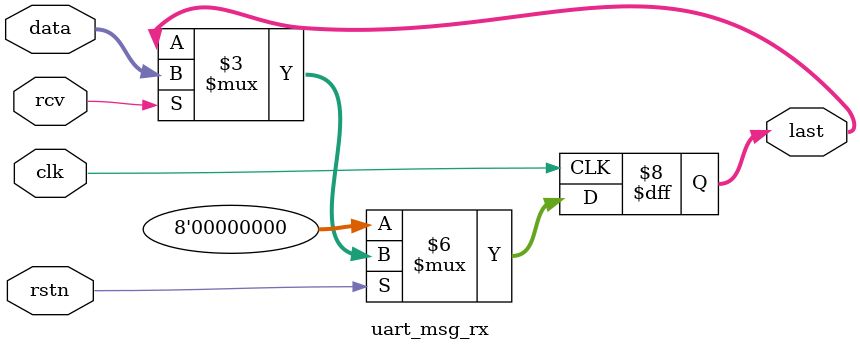
<source format=v>

`default_nettype none

module uart_msg_rx (
    input wire          clk,    // System clock
    input wire          rstn,   // Active-low reset
    input wire          rcv,    // New byte available
    input wire  [7:0]   data,   // Byte from uart_ctrl_rx
    output reg  [7:0]   last    // Latest received byte
);

always @(posedge clk) begin
    if (!rstn)
        last <= 8'd0;
    else if (rcv)
        last <= data;
end

endmodule
</source>
